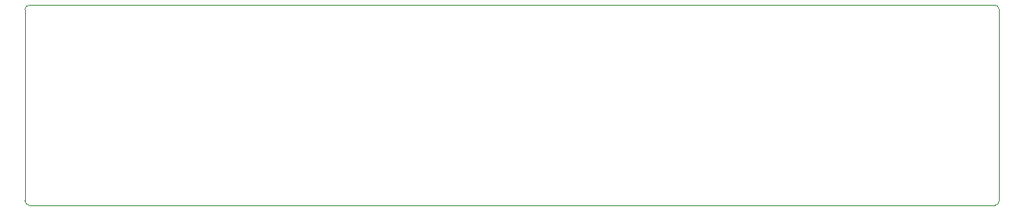
<source format=gbr>
%TF.GenerationSoftware,KiCad,Pcbnew,7.0.5-4d25ed1034~172~ubuntu22.04.1*%
%TF.CreationDate,2023-06-13T21:54:26+03:00*%
%TF.ProjectId,SolderPlate_Power,536f6c64-6572-4506-9c61-74655f506f77,1.0*%
%TF.SameCoordinates,Original*%
%TF.FileFunction,Profile,NP*%
%FSLAX46Y46*%
G04 Gerber Fmt 4.6, Leading zero omitted, Abs format (unit mm)*
G04 Created by KiCad (PCBNEW 7.0.5-4d25ed1034~172~ubuntu22.04.1) date 2023-06-13 21:54:26*
%MOMM*%
%LPD*%
G01*
G04 APERTURE LIST*
%TA.AperFunction,Profile*%
%ADD10C,0.100000*%
%TD*%
G04 APERTURE END LIST*
D10*
X101500000Y0D02*
G75*
G03*
X102000000Y500000I0J500000D01*
G01*
X0Y500000D02*
G75*
G03*
X500000Y0I500000J0D01*
G01*
X102000000Y20500000D02*
G75*
G03*
X101500000Y21000000I-500000J0D01*
G01*
X0Y500000D02*
X0Y20500000D01*
X500000Y21000000D02*
G75*
G03*
X0Y20500000I0J-500000D01*
G01*
X101500000Y0D02*
X500000Y0D01*
X102000000Y500000D02*
X102000000Y20500000D01*
X500000Y21000000D02*
X101500000Y21000000D01*
M02*

</source>
